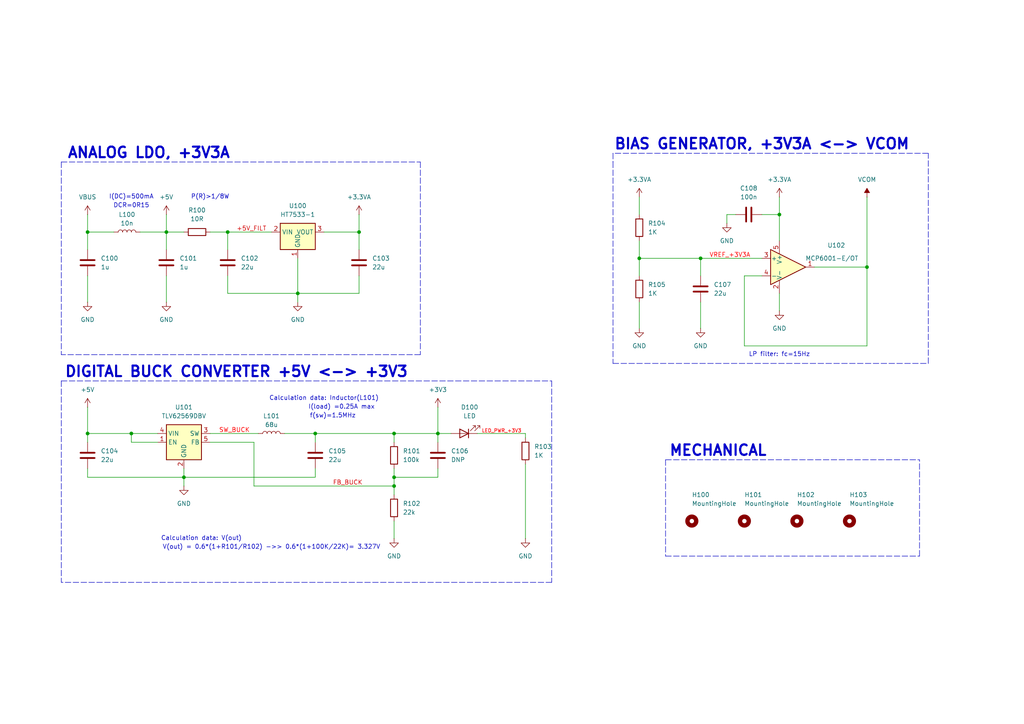
<source format=kicad_sch>
(kicad_sch (version 20231120) (generator "eeschema") (generator_version "8.0")
  (paper "A4")
  (title_block (title "Power Schematic") (date "7/24/2024") (company "Head-PIN (TS)"))
  (lib_symbols
    (symbol "Amplifier_Operational:MCP6001-OT" (pin_names (offset 0.127))
      (property "Reference" "U" (at -1.27 6.35 0))
      (property "Value" "MCP6001-OT" (at -1.27 3.81 0))
      (symbol "MCP6001-OT_0_1"
        (polyline (pts (xy -5.08 5.08) (xy 5.08 0) (xy -5.08 -5.08) (xy -5.08 5.08)) (stroke (width 0.254)) (fill (type background)))
        (pin power_in line (at -2.54 -7.62 90) (length 3.81) (name "V-") (number "2"))
        (pin power_in line (at -2.54 7.62 270) (length 3.81) (name "V+") (number "5"))
      )
      (symbol "MCP6001-OT_1_1"
        (pin output line (at 7.62 0 180) (length 2.54) (name "~") (number "1"))
        (pin input line (at -7.62 2.54 0) (length 2.54) (name "+") (number "3"))
        (pin input line (at -7.62 -2.54 0) (length 2.54) (name "-") (number "4"))
      )
    )
    (symbol "Device:C" (pin_numbers hide) (pin_names (offset 0.254))
      (property "Reference" "C" (at 0.635 2.54 0))
      (property "Value" "C" (at 0.635 -2.54 0))
      (symbol "C_0_1"
        (polyline (pts (xy -2.032 -0.762) (xy 2.032 -0.762)) (stroke (width 0.508)))
        (polyline (pts (xy -2.032 0.762) (xy 2.032 0.762)) (stroke (width 0.508)))
      )
      (symbol "C_1_1"
        (pin passive line (at 0 3.81 270) (length 2.794) (name "~") (number "1"))
        (pin passive line (at 0 -3.81 90) (length 2.794) (name "~") (number "2"))
      )
    )
    (symbol "Device:L" (pin_numbers hide) (pin_names (offset 1.016) hide)
      (property "Reference" "L" (at -1.27 0 90))
      (property "Value" "L" (at 1.905 0 90))
      (symbol "L_0_1"
        (arc (start 0 -2.54) (mid 0.6323 -1.905) (end 0 -1.27))
        (arc (start 0 -1.27) (mid 0.6323 -0.635) (end 0 0))
        (arc (start 0 0) (mid 0.6323 0.635) (end 0 1.27))
        (arc (start 0 1.27) (mid 0.6323 1.905) (end 0 2.54))
      )
      (symbol "L_1_1"
        (pin passive line (at 0 3.81 270) (length 1.27) (name "1") (number "1"))
        (pin passive line (at 0 -3.81 90) (length 1.27) (name "2") (number "2"))
      )
    )
    (symbol "Device:LED" (pin_numbers hide) (pin_names (offset 1.016) hide)
      (property "Reference" "D" (at 0 2.54 0))
      (property "Value" "LED" (at 0 -2.54 0))
      (symbol "LED_0_1"
        (polyline (pts (xy -1.27 -1.27) (xy -1.27 1.27)) (stroke (width 0.254)))
        (polyline (pts (xy -1.27 0) (xy 1.27 0)))
        (polyline (pts (xy 1.27 -1.27) (xy 1.27 1.27) (xy -1.27 0) (xy 1.27 -1.27)) (stroke (width 0.254)))
        (polyline (pts (xy -3.048 -0.762) (xy -4.572 -2.286) (xy -3.81 -2.286) (xy -4.572 -2.286) (xy -4.572 -1.524)))
        (polyline (pts (xy -1.778 -0.762) (xy -3.302 -2.286) (xy -2.54 -2.286) (xy -3.302 -2.286) (xy -3.302 -1.524)))
      )
      (symbol "LED_1_1"
        (pin passive line (at -3.81 0 0) (length 2.54) (name "K") (number "1"))
        (pin passive line (at 3.81 0 180) (length 2.54) (name "A") (number "2"))
      )
    )
    (symbol "Device:R" (pin_numbers hide) (pin_names (offset 0))
      (property "Reference" "R" (at 2.032 0 90))
      (property "Value" "R" (at 0 0 90))
      (symbol "R_0_1"
        (rectangle (start -1.016 -2.54) (end 1.016 2.54) (stroke (width 0.254)))
      )
      (symbol "R_1_1"
        (pin passive line (at 0 3.81 270) (length 1.27) (name "~") (number "1"))
        (pin passive line (at 0 -3.81 90) (length 1.27) (name "~") (number "2"))
      )
    )
    (symbol "Mechanical:MountingHole" (pin_names (offset 1.016)) (exclude_from_sim yes) (in_bom no)
      (property "Reference" "H" (at 0 5.08 0))
      (property "Value" "MountingHole" (at 0 3.175 0))
      (symbol "MountingHole_0_1"
        (circle (center 0 0) (radius 1.27) (stroke (width 1.27)))
      )
    )
    (symbol "Regulator_Linear:HT75xx-1-SOT89"
      (property "Reference" "U" (at -5.08 -3.81 0))
      (property "Value" "HT75xx-1-SOT89" (at 0 6.35 0))
      (symbol "HT75xx-1-SOT89_0_1"
        (rectangle (start -5.08 5.08) (end 5.08 -2.54) (stroke (width 0.254)) (fill (type background)))
      )
      (symbol "HT75xx-1-SOT89_1_1"
        (pin power_in line (at 0 -5.08 90) (length 2.54) (name "GND") (number "1"))
        (pin power_in line (at -7.62 2.54 0) (length 2.54) (name "VIN") (number "2"))
        (pin power_out line (at 7.62 2.54 180) (length 2.54) (name "VOUT") (number "3"))
      )
    )
    (symbol "Regulator_Switching:TLV62569DBV"
      (property "Reference" "U" (at -5.08 6.35 0))
      (property "Value" "TLV62569DBV" (at 0 6.35 0))
      (symbol "TLV62569DBV_0_1"
        (rectangle (start -5.08 5.08) (end 5.08 -5.08) (stroke (width 0.254)) (fill (type background)))
      )
      (symbol "TLV62569DBV_1_1"
        (pin input line (at -7.62 0 0) (length 2.54) (name "EN") (number "1"))
        (pin power_in line (at 0 -7.62 90) (length 2.54) (name "GND") (number "2"))
        (pin power_out line (at 7.62 2.54 180) (length 2.54) (name "SW") (number "3"))
        (pin power_in line (at -7.62 2.54 0) (length 2.54) (name "VIN") (number "4"))
        (pin input line (at 7.62 0 180) (length 2.54) (name "FB") (number "5"))
      )
    )
    (symbol "power:+3.3VA" (power) (pin_numbers hide) (pin_names (offset 0) hide)
      (property "Value" "+3.3VA" (at 0 3.556 0))
      (symbol "+3.3VA_0_1"
        (polyline (pts (xy -0.762 1.27) (xy 0 2.54)))
        (polyline (pts (xy 0 0) (xy 0 2.54)))
        (polyline (pts (xy 0 2.54) (xy 0.762 1.27)))
      )
      (symbol "+3.3VA_1_1"
        (pin power_in line (at 0 0 90) (length 0) (name "~") (number "1"))
      )
    )
    (symbol "power:+3V3" (power) (pin_numbers hide) (pin_names (offset 0) hide)
      (property "Value" "+3V3" (at 0 3.556 0))
      (symbol "+3V3_0_1"
        (polyline (pts (xy -0.762 1.27) (xy 0 2.54)))
        (polyline (pts (xy 0 0) (xy 0 2.54)))
        (polyline (pts (xy 0 2.54) (xy 0.762 1.27)))
      )
      (symbol "+3V3_1_1"
        (pin power_in line (at 0 0 90) (length 0) (name "~") (number "1"))
      )
    )
    (symbol "power:+5V" (power) (pin_numbers hide) (pin_names (offset 0) hide)
      (property "Value" "+5V" (at 0 3.556 0))
      (symbol "+5V_0_1"
        (polyline (pts (xy -0.762 1.27) (xy 0 2.54)))
        (polyline (pts (xy 0 0) (xy 0 2.54)))
        (polyline (pts (xy 0 2.54) (xy 0.762 1.27)))
      )
      (symbol "+5V_1_1"
        (pin power_in line (at 0 0 90) (length 0) (name "~") (number "1"))
      )
    )
    (symbol "power:GND" (power) (pin_numbers hide) (pin_names (offset 0) hide)
      (property "Value" "GND" (at 0 -3.81 0))
      (symbol "GND_0_1"
        (polyline (pts (xy 0 0) (xy 0 -1.27) (xy 1.27 -1.27) (xy 0 -2.54) (xy -1.27 -1.27) (xy 0 -1.27)))
      )
      (symbol "GND_1_1"
        (pin power_in line (at 0 0 270) (length 0) (name "~") (number "1"))
      )
    )
    (symbol "power:VBUS" (power) (pin_numbers hide) (pin_names (offset 0) hide)
      (property "Value" "VBUS" (at 0 3.556 0))
      (symbol "VBUS_0_1"
        (polyline (pts (xy -0.762 1.27) (xy 0 2.54)))
        (polyline (pts (xy 0 0) (xy 0 2.54)))
        (polyline (pts (xy 0 2.54) (xy 0.762 1.27)))
      )
      (symbol "VBUS_1_1"
        (pin power_in line (at 0 0 90) (length 0) (name "~") (number "1"))
      )
    )
    (symbol "power:VCOM" (power) (pin_numbers hide) (pin_names (offset 0) hide)
      (property "Value" "VCOM" (at 0 3.556 0))
      (symbol "VCOM_0_1"
        (polyline (pts (xy 0 0) (xy 0 2.54)))
        (polyline (pts (xy 0.762 1.27) (xy -0.762 1.27) (xy 0 2.54) (xy 0.762 1.27)) (fill (type outline)))
      )
      (symbol "VCOM_1_1"
        (pin power_in line (at 0 0 90) (length 0) (name "~") (number "1"))
      )
    )
  )
  (junction (at 114.3 140.97))
  (junction (at 127 125.73))
  (junction (at 25.4 67.31))
  (junction (at 53.34 138.43))
  (junction (at 86.36 85.09))
  (junction (at 48.26 67.31))
  (junction (at 203.2 74.93))
  (junction (at 91.44 125.73))
  (junction (at 25.4 125.73))
  (junction (at 251.46 77.47))
  (junction (at 114.3 125.73))
  (junction (at 66.04 67.31))
  (junction (at 104.14 67.31))
  (junction (at 185.42 74.93))
  (junction (at 114.3 138.43))
  (junction (at 38.1 125.73))
  (junction (at 226.06 62.23))
  (polyline (pts (xy 177.8 105.41) (xy 269.24 105.41)) (stroke (width 0) (type dash)))
  (wire (pts (xy 40.64 67.31) (xy 48.26 67.31)))
  (wire (pts (xy 226.06 85.09) (xy 226.06 90.17)))
  (wire (pts (xy 25.4 125.73) (xy 38.1 125.73)))
  (wire (pts (xy 127 128.27) (xy 127 125.73)))
  (wire (pts (xy 38.1 128.27) (xy 45.72 128.27)))
  (wire (pts (xy 185.42 69.85) (xy 185.42 74.93)))
  (wire (pts (xy 215.9 80.01) (xy 215.9 100.33)))
  (wire (pts (xy 86.36 85.09) (xy 104.14 85.09)))
  (wire (pts (xy 138.43 125.73) (xy 152.4 125.73)))
  (wire (pts (xy 127 135.89) (xy 127 138.43)))
  (polyline (pts (xy 177.8 44.45) (xy 177.8 46.99)) (stroke (width 0) (type dash)))
  (polyline (pts (xy 160.02 110.49) (xy 160.02 168.91)) (stroke (width 0) (type dash)))
  (wire (pts (xy 114.3 125.73) (xy 127 125.73)))
  (wire (pts (xy 220.98 74.93) (xy 203.2 74.93)))
  (wire (pts (xy 66.04 67.31) (xy 78.74 67.31)))
  (wire (pts (xy 91.44 125.73) (xy 91.44 128.27)))
  (wire (pts (xy 114.3 135.89) (xy 114.3 138.43)))
  (wire (pts (xy 53.34 135.89) (xy 53.34 138.43)))
  (wire (pts (xy 25.4 80.01) (xy 25.4 87.63)))
  (wire (pts (xy 203.2 74.93) (xy 203.2 80.01)))
  (wire (pts (xy 236.22 77.47) (xy 251.46 77.47)))
  (wire (pts (xy 114.3 138.43) (xy 114.3 140.97)))
  (wire (pts (xy 152.4 127) (xy 152.4 125.73)))
  (wire (pts (xy 25.4 138.43) (xy 53.34 138.43)))
  (polyline (pts (xy 121.92 46.99) (xy 121.92 102.87)) (stroke (width 0) (type dash)))
  (wire (pts (xy 66.04 67.31) (xy 66.04 72.39)))
  (wire (pts (xy 86.36 85.09) (xy 86.36 87.63)))
  (polyline (pts (xy 266.7 161.29) (xy 266.7 133.35)) (stroke (width 0) (type dash)))
  (wire (pts (xy 203.2 87.63) (xy 203.2 95.25)))
  (wire (pts (xy 48.26 62.23) (xy 48.26 67.31)))
  (wire (pts (xy 127 125.73) (xy 130.81 125.73)))
  (wire (pts (xy 213.36 62.23) (xy 210.82 62.23)))
  (wire (pts (xy 38.1 125.73) (xy 45.72 125.73)))
  (wire (pts (xy 104.14 62.23) (xy 104.14 67.31)))
  (wire (pts (xy 104.14 85.09) (xy 104.14 80.01)))
  (wire (pts (xy 48.26 67.31) (xy 53.34 67.31)))
  (wire (pts (xy 104.14 72.39) (xy 104.14 67.31)))
  (wire (pts (xy 91.44 125.73) (xy 114.3 125.73)))
  (wire (pts (xy 25.4 62.23) (xy 25.4 67.31)))
  (wire (pts (xy 185.42 87.63) (xy 185.42 95.25)))
  (wire (pts (xy 25.4 67.31) (xy 33.02 67.31)))
  (polyline (pts (xy 160.02 168.91) (xy 17.78 168.91)) (stroke (width 0) (type dash)))
  (wire (pts (xy 251.46 57.15) (xy 251.46 77.47)))
  (wire (pts (xy 25.4 135.89) (xy 25.4 138.43)))
  (wire (pts (xy 73.66 128.27) (xy 73.66 140.97)))
  (polyline (pts (xy 193.04 133.35) (xy 266.7 133.35)) (stroke (width 0) (type dash)))
  (wire (pts (xy 25.4 125.73) (xy 25.4 118.11)))
  (wire (pts (xy 93.98 67.31) (xy 104.14 67.31)))
  (wire (pts (xy 215.9 100.33) (xy 251.46 100.33)))
  (wire (pts (xy 114.3 140.97) (xy 114.3 143.51)))
  (wire (pts (xy 73.66 140.97) (xy 114.3 140.97)))
  (wire (pts (xy 226.06 69.85) (xy 226.06 62.23)))
  (wire (pts (xy 114.3 138.43) (xy 127 138.43)))
  (wire (pts (xy 25.4 125.73) (xy 25.4 128.27)))
  (wire (pts (xy 185.42 57.15) (xy 185.42 62.23)))
  (wire (pts (xy 220.98 62.23) (xy 226.06 62.23)))
  (polyline (pts (xy 177.8 46.99) (xy 177.8 105.41)) (stroke (width 0) (type dash)))
  (wire (pts (xy 226.06 57.15) (xy 226.06 62.23)))
  (wire (pts (xy 210.82 62.23) (xy 210.82 64.77)))
  (wire (pts (xy 91.44 135.89) (xy 91.44 138.43)))
  (wire (pts (xy 66.04 85.09) (xy 86.36 85.09)))
  (polyline (pts (xy 17.78 46.99) (xy 88.9 46.99)) (stroke (width 0) (type dash)))
  (wire (pts (xy 48.26 72.39) (xy 48.26 67.31)))
  (polyline (pts (xy 121.92 102.87) (xy 17.78 102.87)) (stroke (width 0) (type dash)))
  (polyline (pts (xy 193.04 161.29) (xy 266.7 161.29)) (stroke (width 0) (type dash)))
  (wire (pts (xy 66.04 85.09) (xy 66.04 80.01)))
  (wire (pts (xy 203.2 74.93) (xy 185.42 74.93)))
  (polyline (pts (xy 269.24 44.45) (xy 177.8 44.45)) (stroke (width 0) (type dash)))
  (wire (pts (xy 48.26 80.01) (xy 48.26 87.63)))
  (wire (pts (xy 38.1 128.27) (xy 38.1 125.73)))
  (wire (pts (xy 114.3 151.13) (xy 114.3 156.21)))
  (polyline (pts (xy 17.78 46.99) (xy 17.78 102.87)) (stroke (width 0) (type dash)))
  (wire (pts (xy 53.34 138.43) (xy 91.44 138.43)))
  (wire (pts (xy 86.36 74.93) (xy 86.36 85.09)))
  (polyline (pts (xy 269.24 105.41) (xy 269.24 44.45)) (stroke (width 0) (type dash)))
  (wire (pts (xy 114.3 128.27) (xy 114.3 125.73)))
  (polyline (pts (xy 88.9 46.99) (xy 121.92 46.99)) (stroke (width 0) (type dash)))
  (wire (pts (xy 185.42 74.93) (xy 185.42 80.01)))
  (wire (pts (xy 53.34 138.43) (xy 53.34 140.97)))
  (wire (pts (xy 152.4 134.62) (xy 152.4 156.21)))
  (polyline (pts (xy 17.78 110.49) (xy 17.78 168.91)) (stroke (width 0) (type dash)))
  (wire (pts (xy 127 118.11) (xy 127 125.73)))
  (wire (pts (xy 251.46 100.33) (xy 251.46 77.47)))
  (polyline (pts (xy 17.78 110.49) (xy 160.02 110.49)) (stroke (width 0) (type dash)))
  (wire (pts (xy 220.98 80.01) (xy 215.9 80.01)))
  (wire (pts (xy 60.96 128.27) (xy 73.66 128.27)))
  (polyline (pts (xy 193.04 133.35) (xy 193.04 161.29)) (stroke (width 0) (type dash)))
  (wire (pts (xy 66.04 67.31) (xy 60.96 67.31)))
  (wire (pts (xy 60.96 125.73) (xy 74.93 125.73)))
  (wire (pts (xy 25.4 67.31) (xy 25.4 72.39)))
  (wire (pts (xy 82.55 125.73) (xy 91.44 125.73)))
  (text "LP filter: fc=15Hz\n" (at 226.06 102.87 0) (effects (font (size 1.27 1.27))))
  (text "DCR=0R15" (at 38.1 59.69 0) (effects (font (size 1.27 1.27))))
  (text "Calculation data: Inductor(L101)" (at 93.98 115.57 0) (effects (font (size 1.27 1.27))))
  (text "Calculation data: V(out)\n" (at 58.42 156.21 0) (effects (font (size 1.27 1.27))))
  (text "V(out) = 0.6*(1+R101/R102) ->> 0.6*(1+100K/22K)= 3.327V\n" (at 78.74 158.75 0) (effects (font (size 1.27 1.27))))
  (text "MECHANICAL\n" (at 208.28 130.81 0) (effects (font (size 3.048 3.048) (thickness 0.6096) (bold yes))))
  (text "P(R)>1/8W\n" (at 60.96 57.15 0) (effects (font (size 1.27 1.27))))
  (text "I(load) =0.25A max\n" (at 99.06 118.11 0) (effects (font (size 1.27 1.27))))
  (text "BIAS GENERATOR, +3V3A <-> VCOM" (at 220.98 41.91 0) (effects (font (size 3.048 3.048) (thickness 0.6096) (bold yes))))
  (text "ANALOG LDO, +3V3A" (at 43.18 44.45 0) (effects (font (size 3.048 3.048) (thickness 0.6096) (bold yes))))
  (text "DIGITAL BUCK CONVERTER +5V <-> +3V3" (at 68.58 107.95 0) (effects (font (size 3.048 3.048) (thickness 0.6096) (bold yes))))
  (text "f(sw)=1.5MHz" (at 96.52 120.65 0) (effects (font (size 1.27 1.27))))
  (text "I(DC)=500mA\n" (at 38.1 57.15 0) (effects (font (size 1.27 1.27))))
  (label "LED_PWR_+3V3" (at 139.7 125.73 0) (effects (font (size 1 1))))
  (label "+5V_FILT" (at 68.58 67.31 0))
  (label "FB_BUCK" (at 96.52 140.97 0))
  (label "SW_BUCK" (at 63.5 125.73 0))
  (label "VREF_+3V3A" (at 205.74 74.93 0))
  (symbol (lib_id "Device:L") (at 36.83 67.31 90) (unit 1)
    (property "Reference" "L100" (at 36.83 62.23 90))
    (property "Value" "10n" (at 36.83 64.77 90))
    (property "Footprint" "Inductor_SMD:L_0402_1005Metric" (effects (hide yes)))
    (property "Description" "Inductor" (effects (hide yes)))
  )
  (symbol (lib_id "power:GND") (at 48.26 87.63 0) (unit 1)
    (property "Reference" "#PWR03" (effects (hide yes)))
    (property "Value" "GND" (at 48.26 92.71 0))
    (property "Description" "Power symbol creates a global label with name \"GND\" , ground" (effects (hide yes)))
  )
  (symbol (lib_id "Mechanical:MountingHole") (at 246.38 151.13 0) (unit 1) (exclude_from_sim yes) (in_bom no)
    (property "Reference" "H103" (at 246.38 143.51 0) (effects (justify left)))
    (property "Value" "MountingHole" (at 246.38 146.05 0) (effects (justify left)))
    (property "Footprint" "MountingHole:MountingHole_2.7mm" (effects (hide yes)))
    (property "Description" "Mounting Hole without connection" (effects (hide yes)))
  )
  (symbol (lib_id "power:GND") (at 114.3 156.21 0) (unit 1)
    (property "Reference" "#PWR010" (effects (hide yes)))
    (property "Value" "GND" (at 114.3 161.29 0))
    (property "Description" "Power symbol creates a global label with name \"GND\" , ground" (effects (hide yes)))
  )
  (symbol (lib_id "power:+3.3VA") (at 185.42 57.15 0) (unit 1)
    (property "Reference" "#PWR017" (effects (hide yes)))
    (property "Value" "+3.3VA" (at 185.42 52.07 0))
    (property "Description" "Power symbol creates a global label with name \"+3.3VA\"" (effects (hide yes)))
  )
  (symbol (lib_id "power:GND") (at 152.4 156.21 0) (unit 1)
    (property "Reference" "#PWR069" (effects (hide yes)))
    (property "Value" "GND" (at 152.4 161.29 0))
    (property "Description" "Power symbol creates a global label with name \"GND\" , ground" (effects (hide yes)))
  )
  (symbol (lib_id "power:GND") (at 210.82 64.77 0) (unit 1)
    (property "Reference" "#PWR015" (effects (hide yes)))
    (property "Value" "GND" (at 210.82 69.85 0))
    (property "Description" "Power symbol creates a global label with name \"GND\" , ground" (effects (hide yes)))
  )
  (symbol (lib_id "Device:R") (at 185.42 83.82 0) (unit 1)
    (property "Reference" "R105" (at 187.96 82.5499 0) (effects (justify left)))
    (property "Value" "1K" (at 187.96 85.0899 0) (effects (justify left)))
    (property "Footprint" "Resistor_SMD:R_0402_1005Metric" (effects (hide yes)))
    (property "Description" "Resistor" (effects (hide yes)))
  )
  (symbol (lib_id "Device:LED") (at 134.62 125.73 180) (unit 1)
    (property "Reference" "D100" (at 136.2075 118.11 0))
    (property "Value" "LED" (at 136.2075 120.65 0))
    (property "Footprint" "Diode_SMD:D_0402_1005Metric_Pad0.77x0.64mm_HandSolder" (effects (hide yes)))
    (property "Description" "Light emitting diode" (effects (hide yes)))
  )
  (symbol (lib_id "Device:R") (at 114.3 132.08 0) (unit 1)
    (property "Reference" "R101" (at 116.84 130.8099 0) (effects (justify left)))
    (property "Value" "100k" (at 116.84 133.3499 0) (effects (justify left)))
    (property "Footprint" "Resistor_SMD:R_0402_1005Metric" (effects (hide yes)))
    (property "Description" "Resistor" (effects (hide yes)))
  )
  (symbol (lib_id "power:+5V") (at 25.4 118.11 0) (unit 1)
    (property "Reference" "#PWR07" (effects (hide yes)))
    (property "Value" "+5V" (at 25.4 113.03 0))
    (property "Description" "Power symbol creates a global label with name \"+5V\"" (effects (hide yes)))
  )
  (symbol (lib_id "Device:C") (at 203.2 83.82 0) (unit 1)
    (property "Reference" "C107" (at 207.01 82.5499 0) (effects (justify left)))
    (property "Value" "22u" (at 207.01 85.0899 0) (effects (justify left)))
    (property "Footprint" "Capacitor_SMD:C_0603_1608Metric" (effects (hide yes)))
    (property "Description" "Unpolarized capacitor" (effects (hide yes)))
  )
  (symbol (lib_id "Device:R") (at 114.3 147.32 0) (unit 1)
    (property "Reference" "R102" (at 116.84 146.0499 0) (effects (justify left)))
    (property "Value" "22k" (at 116.84 148.5899 0) (effects (justify left)))
    (property "Footprint" "Resistor_SMD:R_0402_1005Metric" (effects (hide yes)))
    (property "Description" "Resistor" (effects (hide yes)))
  )
  (symbol (lib_id "Device:C") (at 104.14 76.2 0) (unit 1)
    (property "Reference" "C103" (at 107.95 74.9299 0) (effects (justify left)))
    (property "Value" "22u" (at 107.95 77.4699 0) (effects (justify left)))
    (property "Footprint" "Capacitor_SMD:C_0603_1608Metric" (effects (hide yes)))
    (property "Description" "Unpolarized capacitor" (effects (hide yes)))
  )
  (symbol (lib_id "power:GND") (at 203.2 95.25 0) (unit 1)
    (property "Reference" "#PWR011" (effects (hide yes)))
    (property "Value" "GND" (at 203.2 100.33 0))
    (property "Description" "Power symbol creates a global label with name \"GND\" , ground" (effects (hide yes)))
  )
  (symbol (lib_id "Device:C") (at 25.4 132.08 0) (unit 1)
    (property "Reference" "C104" (at 29.21 130.8099 0) (effects (justify left)))
    (property "Value" "22u" (at 29.21 133.3499 0) (effects (justify left)))
    (property "Footprint" "Capacitor_SMD:C_0603_1608Metric" (effects (hide yes)))
    (property "Description" "Unpolarized capacitor" (effects (hide yes)))
  )
  (symbol (lib_id "Regulator_Linear:HT75xx-1-SOT89") (at 86.36 69.85 0) (unit 1)
    (property "Reference" "U100" (at 86.36 59.69 0))
    (property "Value" "HT7533-1" (at 86.36 62.23 0))
    (property "Footprint" "Package_TO_SOT_SMD:SOT-89-3" (effects (hide yes)))
    (property "Datasheet" "https://www.holtek.com/documents/10179/116711/HT75xx-1v250.pdf" (effects (hide yes)))
    (property "Description" "100mA Low Dropout Voltage Regulator, Fixed Output, SOT89" (effects (hide yes)))
  )
  (symbol (lib_id "power:GND") (at 86.36 87.63 0) (unit 1)
    (property "Reference" "#PWR02" (effects (hide yes)))
    (property "Value" "GND" (at 86.36 92.71 0))
    (property "Description" "Power symbol creates a global label with name \"GND\" , ground" (effects (hide yes)))
  )
  (symbol (lib_id "Mechanical:MountingHole") (at 231.14 151.13 0) (unit 1) (exclude_from_sim yes) (in_bom no)
    (property "Reference" "H102" (at 231.14 143.51 0) (effects (justify left)))
    (property "Value" "MountingHole" (at 231.14 146.05 0) (effects (justify left)))
    (property "Footprint" "MountingHole:MountingHole_2.7mm" (effects (hide yes)))
    (property "Description" "Mounting Hole without connection" (effects (hide yes)))
  )
  (symbol (lib_id "Regulator_Switching:TLV62569DBV") (at 53.34 128.27 0) (unit 1)
    (property "Reference" "U101" (at 53.34 118.11 0))
    (property "Value" "TLV62569DBV" (at 53.34 120.65 0))
    (property "Footprint" "Package_TO_SOT_SMD:SOT-23-5" (effects (hide yes)))
    (property "Datasheet" "http://www.ti.com/lit/ds/symlink/tlv62569.pdf" (effects (hide yes)))
    (property "Description" "High Efficiency Synchronous Buck Converter, Adjustable Output 0.6V-5.5V, 2A, SOT-23-5" (effects (hide yes)))
  )
  (symbol (lib_id "Device:L") (at 78.74 125.73 90) (unit 1)
    (property "Reference" "L101" (at 78.74 120.65 90))
    (property "Value" "68u" (at 78.74 123.19 90))
    (property "Footprint" "Inductor_SMD:L_Cenker_CKCS4020" (effects (hide yes)))
    (property "Description" "Inductor" (effects (hide yes)))
  )
  (symbol (lib_id "Device:C") (at 25.4 76.2 0) (unit 1)
    (property "Reference" "C100" (at 29.21 74.9299 0) (effects (justify left)))
    (property "Value" "1u" (at 29.21 77.4699 0) (effects (justify left)))
    (property "Footprint" "Capacitor_SMD:C_0603_1608Metric" (effects (hide yes)))
    (property "Description" "Unpolarized capacitor" (effects (hide yes)))
  )
  (symbol (lib_id "power:VCOM") (at 251.46 57.15 0) (unit 1)
    (property "Reference" "#PWR014" (effects (hide yes)))
    (property "Value" "VCOM" (at 251.46 52.07 0))
    (property "Description" "Power symbol creates a global label with name \"VCOM\"" (effects (hide yes)))
  )
  (symbol (lib_id "Device:C") (at 66.04 76.2 0) (unit 1)
    (property "Reference" "C102" (at 69.85 74.9299 0) (effects (justify left)))
    (property "Value" "22u" (at 69.85 77.4699 0) (effects (justify left)))
    (property "Footprint" "Capacitor_SMD:C_0603_1608Metric" (effects (hide yes)))
    (property "Description" "Unpolarized capacitor" (effects (hide yes)))
  )
  (symbol (lib_id "Device:R") (at 57.15 67.31 90) (unit 1)
    (property "Reference" "R100" (at 57.15 60.96 90))
    (property "Value" "10R" (at 57.15 63.5 90))
    (property "Footprint" "Resistor_SMD:R_0402_1005Metric" (effects (hide yes)))
    (property "Description" "Resistor" (effects (hide yes)))
  )
  (symbol (lib_id "power:+5V") (at 48.26 62.23 0) (unit 1)
    (property "Reference" "#PWR06" (effects (hide yes)))
    (property "Value" "+5V" (at 48.26 57.15 0))
    (property "Description" "Power symbol creates a global label with name \"+5V\"" (effects (hide yes)))
  )
  (symbol (lib_id "power:GND") (at 53.34 140.97 0) (unit 1)
    (property "Reference" "#PWR09" (effects (hide yes)))
    (property "Value" "GND" (at 53.34 146.05 0))
    (property "Description" "Power symbol creates a global label with name \"GND\" , ground" (effects (hide yes)))
  )
  (symbol (lib_id "Device:C") (at 48.26 76.2 0) (unit 1)
    (property "Reference" "C101" (at 52.07 74.9299 0) (effects (justify left)))
    (property "Value" "1u" (at 52.07 77.4699 0) (effects (justify left)))
    (property "Footprint" "Capacitor_SMD:C_0603_1608Metric" (effects (hide yes)))
    (property "Description" "Unpolarized capacitor" (effects (hide yes)))
  )
  (symbol (lib_id "Mechanical:MountingHole") (at 215.9 151.13 0) (unit 1) (exclude_from_sim yes) (in_bom no)
    (property "Reference" "H101" (at 215.9 143.51 0) (effects (justify left)))
    (property "Value" "MountingHole" (at 215.9 146.05 0) (effects (justify left)))
    (property "Footprint" "MountingHole:MountingHole_2.7mm" (effects (hide yes)))
    (property "Description" "Mounting Hole without connection" (effects (hide yes)))
  )
  (symbol (lib_id "Device:C") (at 217.17 62.23 90) (unit 1)
    (property "Reference" "C108" (at 217.17 54.61 90))
    (property "Value" "100n" (at 217.17 57.15 90))
    (property "Footprint" "Capacitor_SMD:C_0402_1005Metric" (effects (hide yes)))
    (property "Description" "Unpolarized capacitor" (effects (hide yes)))
  )
  (symbol (lib_id "power:+3.3VA") (at 226.06 57.15 0) (unit 1)
    (property "Reference" "#PWR016" (effects (hide yes)))
    (property "Value" "+3.3VA" (at 226.06 52.07 0))
    (property "Description" "Power symbol creates a global label with name \"+3.3VA\"" (effects (hide yes)))
  )
  (symbol (lib_id "Device:C") (at 91.44 132.08 0) (unit 1)
    (property "Reference" "C105" (at 95.25 130.8099 0) (effects (justify left)))
    (property "Value" "22u" (at 95.25 133.3499 0) (effects (justify left)))
    (property "Footprint" "Capacitor_SMD:C_0603_1608Metric" (effects (hide yes)))
    (property "Description" "Unpolarized capacitor" (effects (hide yes)))
  )
  (symbol (lib_id "Device:R") (at 185.42 66.04 0) (unit 1)
    (property "Reference" "R104" (at 187.96 64.7699 0) (effects (justify left)))
    (property "Value" "1K" (at 187.96 67.3099 0) (effects (justify left)))
    (property "Footprint" "Resistor_SMD:R_0402_1005Metric" (effects (hide yes)))
    (property "Description" "Resistor" (effects (hide yes)))
  )
  (symbol (lib_id "Mechanical:MountingHole") (at 200.66 151.13 0) (unit 1) (exclude_from_sim yes) (in_bom no)
    (property "Reference" "H100" (at 200.66 143.51 0) (effects (justify left)))
    (property "Value" "MountingHole" (at 200.66 146.05 0) (effects (justify left)))
    (property "Footprint" "MountingHole:MountingHole_2.7mm" (effects (hide yes)))
    (property "Description" "Mounting Hole without connection" (effects (hide yes)))
  )
  (symbol (lib_id "power:GND") (at 25.4 87.63 0) (unit 1)
    (property "Reference" "#PWR04" (effects (hide yes)))
    (property "Value" "GND" (at 25.4 92.71 0))
    (property "Description" "Power symbol creates a global label with name \"GND\" , ground" (effects (hide yes)))
  )
  (symbol (lib_id "power:+3V3") (at 127 118.11 0) (unit 1)
    (property "Reference" "#PWR08" (effects (hide yes)))
    (property "Value" "+3V3" (at 127 113.03 0))
    (property "Description" "Power symbol creates a global label with name \"+3V3\"" (effects (hide yes)))
  )
  (symbol (lib_id "power:+3.3VA") (at 104.14 62.23 0) (unit 1)
    (property "Reference" "#PWR05" (effects (hide yes)))
    (property "Value" "+3.3VA" (at 104.14 57.15 0))
    (property "Description" "Power symbol creates a global label with name \"+3.3VA\"" (effects (hide yes)))
  )
  (symbol (lib_id "power:VBUS") (at 25.4 62.23 0) (unit 1)
    (property "Reference" "#PWR01" (effects (hide yes)))
    (property "Value" "VBUS" (at 25.4 57.15 0))
    (property "Description" "Power symbol creates a global label with name \"VBUS\"" (effects (hide yes)))
  )
  (symbol (lib_id "power:GND") (at 185.42 95.25 0) (unit 1)
    (property "Reference" "#PWR012" (effects (hide yes)))
    (property "Value" "GND" (at 185.42 100.33 0))
    (property "Description" "Power symbol creates a global label with name \"GND\" , ground" (effects (hide yes)))
  )
  (symbol (lib_id "Amplifier_Operational:MCP6001-OT") (at 228.6 77.47 0) (unit 1)
    (property "Reference" "U102" (at 242.57 71.1514 0))
    (property "Value" "MCP6001-E/OT" (at 241.3 74.93 0))
    (property "Footprint" "Package_TO_SOT_SMD:SOT-23-5" (effects (hide yes)))
    (property "Datasheet" "https://ww1.microchip.com/downloads/en/DeviceDoc/MCP6001-1R-1U-2-4-1-MHz-Low-Power-Op-Amp-DS20001733L.pdf" (effects (hide yes)))
    (property "Description" "1MHz, Low-Power Op Amp, SOT-23-5" (effects (hide yes)))
  )
  (symbol (lib_id "power:GND") (at 226.06 90.17 0) (unit 1)
    (property "Reference" "#PWR013" (effects (hide yes)))
    (property "Value" "GND" (at 226.06 95.25 0))
    (property "Description" "Power symbol creates a global label with name \"GND\" , ground" (effects (hide yes)))
  )
  (symbol (lib_id "Device:R") (at 152.4 130.81 0) (unit 1)
    (property "Reference" "R103" (at 154.94 129.5399 0) (effects (justify left)))
    (property "Value" "1K" (at 154.94 132.0799 0) (effects (justify left)))
    (property "Footprint" "Resistor_SMD:R_0402_1005Metric" (effects (hide yes)))
    (property "Description" "Resistor" (effects (hide yes)))
  )
  (symbol (lib_id "Device:C") (at 127 132.08 0) (unit 1)
    (property "Reference" "C106" (at 130.81 130.8099 0) (effects (justify left)))
    (property "Value" "DNP" (at 130.81 133.3499 0) (effects (justify left)))
    (property "Footprint" "Capacitor_SMD:C_0402_1005Metric" (effects (hide yes)))
    (property "Description" "Unpolarized capacitor" (effects (hide yes)))
  )
)
</source>
